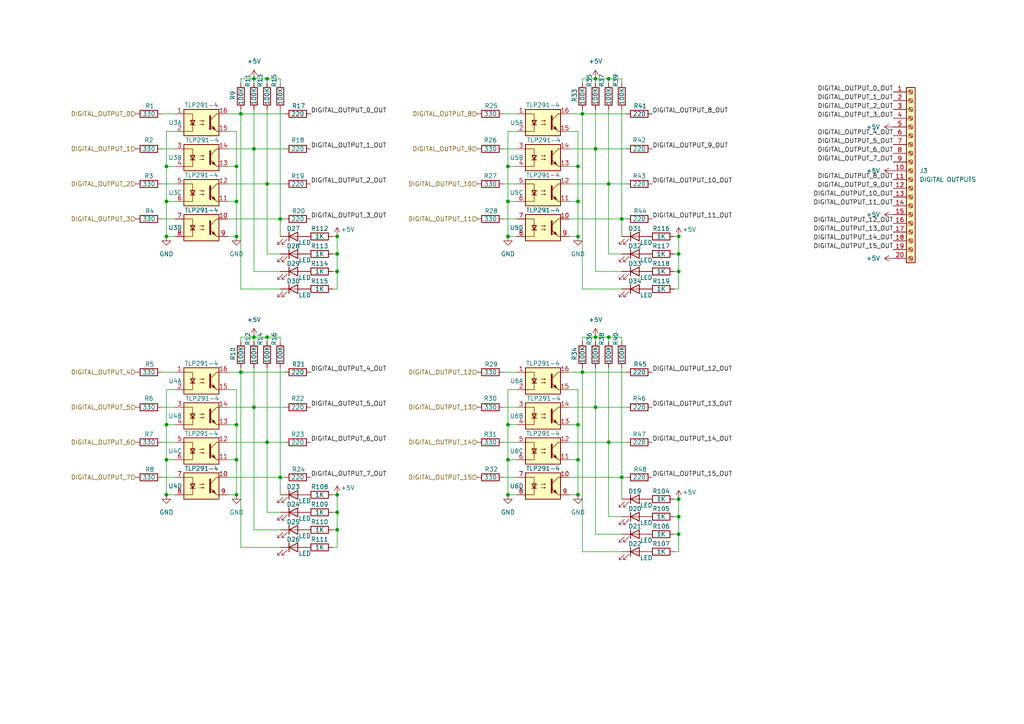
<source format=kicad_sch>
(kicad_sch (version 20231120) (generator "eeschema") (generator_version "8.0")
  (paper "A4")
  (lib_symbols
    (symbol "Connector:Screw_Terminal_01x20" (pin_names (offset 1.016) hide)
      (property "Reference" "J" (at 0 25.4 0))
      (property "Value" "Screw_Terminal_01x20" (at 0 -27.94 0))
      (symbol "Screw_Terminal_01x20_1_1"
        (pin passive line (at -5.08 22.86 0) (length 3.81) (name "Pin_1") (number "1"))
        (pin passive line (at -5.08 0 0) (length 3.81) (name "Pin_10") (number "10"))
        (pin passive line (at -5.08 -2.54 0) (length 3.81) (name "Pin_11") (number "11"))
        (pin passive line (at -5.08 -5.08 0) (length 3.81) (name "Pin_12") (number "12"))
        (pin passive line (at -5.08 -7.62 0) (length 3.81) (name "Pin_13") (number "13"))
        (pin passive line (at -5.08 -10.16 0) (length 3.81) (name "Pin_14") (number "14"))
        (pin passive line (at -5.08 -12.7 0) (length 3.81) (name "Pin_15") (number "15"))
        (pin passive line (at -5.08 -15.24 0) (length 3.81) (name "Pin_16") (number "16"))
        (pin passive line (at -5.08 -17.78 0) (length 3.81) (name "Pin_17") (number "17"))
        (pin passive line (at -5.08 -20.32 0) (length 3.81) (name "Pin_18") (number "18"))
        (pin passive line (at -5.08 -22.86 0) (length 3.81) (name "Pin_19") (number "19"))
        (pin passive line (at -5.08 20.32 0) (length 3.81) (name "Pin_2") (number "2"))
        (pin passive line (at -5.08 -25.4 0) (length 3.81) (name "Pin_20") (number "20"))
        (pin passive line (at -5.08 17.78 0) (length 3.81) (name "Pin_3") (number "3"))
        (pin passive line (at -5.08 15.24 0) (length 3.81) (name "Pin_4") (number "4"))
        (pin passive line (at -5.08 12.7 0) (length 3.81) (name "Pin_5") (number "5"))
        (pin passive line (at -5.08 10.16 0) (length 3.81) (name "Pin_6") (number "6"))
        (pin passive line (at -5.08 7.62 0) (length 3.81) (name "Pin_7") (number "7"))
        (pin passive line (at -5.08 5.08 0) (length 3.81) (name "Pin_8") (number "8"))
        (pin passive line (at -5.08 2.54 0) (length 3.81) (name "Pin_9") (number "9"))
      )
    )
    (symbol "Device:LED" (pin_numbers hide) (pin_names (offset 1.016) hide)
      (property "Reference" "D" (at 0 2.54 0))
      (property "Value" "LED" (at 0 -2.54 0))
      (symbol "LED_1_1"
        (pin passive line (at -3.81 0 0) (length 2.54) (name "K") (number "1"))
        (pin passive line (at 3.81 0 180) (length 2.54) (name "A") (number "2"))
      )
    )
    (symbol "Device:R" (pin_numbers hide) (pin_names (offset 0))
      (property "Reference" "R" (at 2.032 0 90))
      (property "Value" "R" (at 0 0 90))
      (symbol "R_1_1"
        (pin passive line (at 0 3.81 270) (length 1.27) (name "~") (number "1"))
        (pin passive line (at 0 -3.81 90) (length 1.27) (name "~") (number "2"))
      )
    )
    (symbol "Isolator:TLP291-4"
      (property "Reference" "U" (at -5.08 5.08 0))
      (property "Value" "TLP291-4" (at 0 5.08 0))
      (symbol "TLP291-4_1_1"
        (pin passive line (at -7.62 2.54 0) (length 2.54) (name "~") (number "1"))
        (pin passive line (at 7.62 -2.54 180) (length 2.54) (name "~") (number "15"))
        (pin passive line (at 7.62 2.54 180) (length 2.54) (name "~") (number "16"))
        (pin passive line (at -7.62 -2.54 0) (length 2.54) (name "~") (number "2"))
      )
      (symbol "TLP291-4_2_1"
        (pin passive line (at 7.62 -2.54 180) (length 2.54) (name "~") (number "13"))
        (pin passive line (at 7.62 2.54 180) (length 2.54) (name "~") (number "14"))
        (pin passive line (at -7.62 2.54 0) (length 2.54) (name "~") (number "3"))
        (pin passive line (at -7.62 -2.54 0) (length 2.54) (name "~") (number "4"))
      )
      (symbol "TLP291-4_3_1"
        (pin passive line (at 7.62 -2.54 180) (length 2.54) (name "~") (number "11"))
        (pin passive line (at 7.62 2.54 180) (length 2.54) (name "~") (number "12"))
        (pin passive line (at -7.62 2.54 0) (length 2.54) (name "~") (number "5"))
        (pin passive line (at -7.62 -2.54 0) (length 2.54) (name "~") (number "6"))
      )
      (symbol "TLP291-4_4_1"
        (pin passive line (at 7.62 2.54 180) (length 2.54) (name "~") (number "10"))
        (pin passive line (at -7.62 2.54 0) (length 2.54) (name "~") (number "7"))
        (pin passive line (at -7.62 -2.54 0) (length 2.54) (name "~") (number "8"))
        (pin passive line (at 7.62 -2.54 180) (length 2.54) (name "~") (number "9"))
      )
    )
    (symbol "power:+5V" (power) (pin_numbers hide) (pin_names (offset 0) hide)
      (property "Value" "+5V" (at 0 3.556 0))
      (symbol "+5V_1_1"
        (pin power_in line (at 0 0 90) (length 0) (name "~") (number "1"))
      )
    )
    (symbol "power:GND" (power) (pin_numbers hide) (pin_names (offset 0) hide)
      (property "Value" "GND" (at 0 -3.81 0))
      (symbol "GND_1_1"
        (pin power_in line (at 0 0 270) (length 0) (name "~") (number "1"))
      )
    )
  )
  (junction (at 73.66 118.11))
  (junction (at 69.85 33.02))
  (junction (at 147.32 133.35))
  (junction (at 167.64 143.51))
  (junction (at 97.79 148.59))
  (junction (at 73.66 97.79))
  (junction (at 68.58 48.26))
  (junction (at 48.26 143.51))
  (junction (at 68.58 123.19))
  (junction (at 172.72 22.86))
  (junction (at 167.64 133.35))
  (junction (at 167.64 68.58))
  (junction (at 176.53 97.79))
  (junction (at 196.85 68.58))
  (junction (at 77.47 97.79))
  (junction (at 168.91 107.95))
  (junction (at 147.32 123.19))
  (junction (at 73.66 22.86))
  (junction (at 196.85 154.94))
  (junction (at 196.85 149.86))
  (junction (at 180.34 63.5))
  (junction (at 81.28 138.43))
  (junction (at 147.32 48.26))
  (junction (at 48.26 48.26))
  (junction (at 68.58 133.35))
  (junction (at 147.32 68.58))
  (junction (at 48.26 68.58))
  (junction (at 167.64 58.42))
  (junction (at 167.64 123.19))
  (junction (at 48.26 123.19))
  (junction (at 68.58 68.58))
  (junction (at 97.79 153.67))
  (junction (at 147.32 143.51))
  (junction (at 172.72 43.18))
  (junction (at 196.85 78.74))
  (junction (at 168.91 33.02))
  (junction (at 81.28 63.5))
  (junction (at 176.53 128.27))
  (junction (at 172.72 118.11))
  (junction (at 196.85 144.78))
  (junction (at 167.64 48.26))
  (junction (at 77.47 22.86))
  (junction (at 48.26 58.42))
  (junction (at 196.85 73.66))
  (junction (at 180.34 138.43))
  (junction (at 68.58 58.42))
  (junction (at 77.47 53.34))
  (junction (at 69.85 107.95))
  (junction (at 97.79 143.51))
  (junction (at 97.79 78.74))
  (junction (at 77.47 128.27))
  (junction (at 97.79 73.66))
  (junction (at 176.53 53.34))
  (junction (at 147.32 58.42))
  (junction (at 48.26 133.35))
  (junction (at 172.72 97.79))
  (junction (at 73.66 43.18))
  (junction (at 176.53 22.86))
  (junction (at 97.79 68.58))
  (junction (at 68.58 143.51))
  (wire (pts (xy 167.64 133.35) (xy 167.64 143.51)))
  (wire (pts (xy 97.79 148.59) (xy 97.79 153.67)))
  (wire (pts (xy 66.04 53.34) (xy 77.47 53.34)))
  (wire (pts (xy 66.04 138.43) (xy 81.28 138.43)))
  (wire (pts (xy 73.66 22.86) (xy 77.47 22.86)))
  (wire (pts (xy 180.34 63.5) (xy 180.34 68.58)))
  (wire (pts (xy 149.86 113.03) (xy 147.32 113.03)))
  (wire (pts (xy 172.72 22.86) (xy 172.72 24.13)))
  (wire (pts (xy 73.66 31.75) (xy 73.66 43.18)))
  (wire (pts (xy 66.04 33.02) (xy 69.85 33.02)))
  (wire (pts (xy 69.85 22.86) (xy 73.66 22.86)))
  (wire (pts (xy 97.79 73.66) (xy 97.79 78.74)))
  (wire (pts (xy 50.8 113.03) (xy 48.26 113.03)))
  (wire (pts (xy 165.1 58.42) (xy 167.64 58.42)))
  (wire (pts (xy 168.91 99.06) (xy 168.91 97.79)))
  (wire (pts (xy 168.91 83.82) (xy 180.34 83.82)))
  (wire (pts (xy 165.1 38.1) (xy 167.64 38.1)))
  (wire (pts (xy 172.72 78.74) (xy 180.34 78.74)))
  (wire (pts (xy 165.1 113.03) (xy 167.64 113.03)))
  (wire (pts (xy 172.72 22.86) (xy 176.53 22.86)))
  (wire (pts (xy 66.04 128.27) (xy 77.47 128.27)))
  (wire (pts (xy 97.79 158.75) (xy 96.52 158.75)))
  (wire (pts (xy 69.85 158.75) (xy 81.28 158.75)))
  (wire (pts (xy 165.1 107.95) (xy 168.91 107.95)))
  (wire (pts (xy 69.85 24.13) (xy 69.85 22.86)))
  (wire (pts (xy 48.26 48.26) (xy 50.8 48.26)))
  (wire (pts (xy 46.99 128.27) (xy 50.8 128.27)))
  (wire (pts (xy 68.58 123.19) (xy 68.58 133.35)))
  (wire (pts (xy 168.91 106.68) (xy 168.91 107.95)))
  (wire (pts (xy 176.53 22.86) (xy 176.53 24.13)))
  (wire (pts (xy 165.1 48.26) (xy 167.64 48.26)))
  (wire (pts (xy 165.1 128.27) (xy 176.53 128.27)))
  (wire (pts (xy 147.32 113.03) (xy 147.32 123.19)))
  (wire (pts (xy 69.85 83.82) (xy 81.28 83.82)))
  (wire (pts (xy 146.05 33.02) (xy 149.86 33.02)))
  (wire (pts (xy 180.34 31.75) (xy 180.34 63.5)))
  (wire (pts (xy 69.85 107.95) (xy 69.85 158.75)))
  (wire (pts (xy 66.04 133.35) (xy 68.58 133.35)))
  (wire (pts (xy 172.72 118.11) (xy 181.61 118.11)))
  (wire (pts (xy 48.26 123.19) (xy 50.8 123.19)))
  (wire (pts (xy 96.52 68.58) (xy 97.79 68.58)))
  (wire (pts (xy 73.66 43.18) (xy 73.66 78.74)))
  (wire (pts (xy 96.52 153.67) (xy 97.79 153.67)))
  (wire (pts (xy 66.04 63.5) (xy 81.28 63.5)))
  (wire (pts (xy 196.85 73.66) (xy 196.85 78.74)))
  (wire (pts (xy 147.32 48.26) (xy 149.86 48.26)))
  (wire (pts (xy 168.91 22.86) (xy 172.72 22.86)))
  (wire (pts (xy 73.66 118.11) (xy 73.66 153.67)))
  (wire (pts (xy 172.72 43.18) (xy 181.61 43.18)))
  (wire (pts (xy 69.85 107.95) (xy 82.55 107.95)))
  (wire (pts (xy 167.64 48.26) (xy 167.64 58.42)))
  (wire (pts (xy 69.85 33.02) (xy 82.55 33.02)))
  (wire (pts (xy 66.04 113.03) (xy 68.58 113.03)))
  (wire (pts (xy 46.99 43.18) (xy 50.8 43.18)))
  (wire (pts (xy 146.05 118.11) (xy 149.86 118.11)))
  (wire (pts (xy 81.28 22.86) (xy 81.28 24.13)))
  (wire (pts (xy 176.53 149.86) (xy 180.34 149.86)))
  (wire (pts (xy 68.58 68.58) (xy 66.04 68.58)))
  (wire (pts (xy 176.53 106.68) (xy 176.53 128.27)))
  (wire (pts (xy 69.85 99.06) (xy 69.85 97.79)))
  (wire (pts (xy 147.32 143.51) (xy 149.86 143.51)))
  (wire (pts (xy 165.1 43.18) (xy 172.72 43.18)))
  (wire (pts (xy 167.64 113.03) (xy 167.64 123.19)))
  (wire (pts (xy 46.99 138.43) (xy 50.8 138.43)))
  (wire (pts (xy 165.1 123.19) (xy 167.64 123.19)))
  (wire (pts (xy 46.99 107.95) (xy 50.8 107.95)))
  (wire (pts (xy 196.85 154.94) (xy 196.85 160.02)))
  (wire (pts (xy 176.53 73.66) (xy 180.34 73.66)))
  (wire (pts (xy 69.85 97.79) (xy 73.66 97.79)))
  (wire (pts (xy 69.85 31.75) (xy 69.85 33.02)))
  (wire (pts (xy 176.53 128.27) (xy 176.53 149.86)))
  (wire (pts (xy 172.72 97.79) (xy 172.72 99.06)))
  (wire (pts (xy 176.53 53.34) (xy 176.53 73.66)))
  (wire (pts (xy 147.32 123.19) (xy 149.86 123.19)))
  (wire (pts (xy 196.85 149.86) (xy 196.85 154.94)))
  (wire (pts (xy 97.79 153.67) (xy 97.79 158.75)))
  (wire (pts (xy 196.85 160.02) (xy 195.58 160.02)))
  (wire (pts (xy 180.34 138.43) (xy 181.61 138.43)))
  (wire (pts (xy 165.1 138.43) (xy 180.34 138.43)))
  (wire (pts (xy 46.99 33.02) (xy 50.8 33.02)))
  (wire (pts (xy 167.64 143.51) (xy 165.1 143.51)))
  (wire (pts (xy 176.53 22.86) (xy 180.34 22.86)))
  (wire (pts (xy 146.05 53.34) (xy 149.86 53.34)))
  (wire (pts (xy 73.66 153.67) (xy 81.28 153.67)))
  (wire (pts (xy 196.85 68.58) (xy 196.85 73.66)))
  (wire (pts (xy 46.99 53.34) (xy 50.8 53.34)))
  (wire (pts (xy 172.72 106.68) (xy 172.72 118.11)))
  (wire (pts (xy 66.04 123.19) (xy 68.58 123.19)))
  (wire (pts (xy 73.66 43.18) (xy 82.55 43.18)))
  (wire (pts (xy 180.34 138.43) (xy 180.34 144.78)))
  (wire (pts (xy 66.04 48.26) (xy 68.58 48.26)))
  (wire (pts (xy 73.66 106.68) (xy 73.66 118.11)))
  (wire (pts (xy 167.64 68.58) (xy 165.1 68.58)))
  (wire (pts (xy 146.05 107.95) (xy 149.86 107.95)))
  (wire (pts (xy 147.32 58.42) (xy 147.32 68.58)))
  (wire (pts (xy 48.26 143.51) (xy 50.8 143.51)))
  (wire (pts (xy 81.28 31.75) (xy 81.28 63.5)))
  (wire (pts (xy 172.72 118.11) (xy 172.72 154.94)))
  (wire (pts (xy 50.8 38.1) (xy 48.26 38.1)))
  (wire (pts (xy 168.91 107.95) (xy 168.91 160.02)))
  (wire (pts (xy 48.26 133.35) (xy 50.8 133.35)))
  (wire (pts (xy 81.28 97.79) (xy 81.28 99.06)))
  (wire (pts (xy 195.58 149.86) (xy 196.85 149.86)))
  (wire (pts (xy 146.05 43.18) (xy 149.86 43.18)))
  (wire (pts (xy 147.32 38.1) (xy 147.32 48.26)))
  (wire (pts (xy 165.1 133.35) (xy 167.64 133.35)))
  (wire (pts (xy 147.32 48.26) (xy 147.32 58.42)))
  (wire (pts (xy 147.32 133.35) (xy 149.86 133.35)))
  (wire (pts (xy 165.1 118.11) (xy 172.72 118.11)))
  (wire (pts (xy 81.28 138.43) (xy 81.28 143.51)))
  (wire (pts (xy 48.26 123.19) (xy 48.26 133.35)))
  (wire (pts (xy 66.04 118.11) (xy 73.66 118.11)))
  (wire (pts (xy 66.04 43.18) (xy 73.66 43.18)))
  (wire (pts (xy 165.1 33.02) (xy 168.91 33.02)))
  (wire (pts (xy 195.58 154.94) (xy 196.85 154.94)))
  (wire (pts (xy 77.47 53.34) (xy 77.47 73.66)))
  (wire (pts (xy 77.47 22.86) (xy 77.47 24.13)))
  (wire (pts (xy 48.26 68.58) (xy 50.8 68.58)))
  (wire (pts (xy 172.72 31.75) (xy 172.72 43.18)))
  (wire (pts (xy 48.26 133.35) (xy 48.26 143.51)))
  (wire (pts (xy 168.91 97.79) (xy 172.72 97.79)))
  (wire (pts (xy 68.58 48.26) (xy 68.58 58.42)))
  (wire (pts (xy 81.28 106.68) (xy 81.28 138.43)))
  (wire (pts (xy 77.47 128.27) (xy 77.47 148.59)))
  (wire (pts (xy 46.99 118.11) (xy 50.8 118.11)))
  (wire (pts (xy 77.47 22.86) (xy 81.28 22.86)))
  (wire (pts (xy 176.53 53.34) (xy 181.61 53.34)))
  (wire (pts (xy 147.32 68.58) (xy 149.86 68.58)))
  (wire (pts (xy 147.32 123.19) (xy 147.32 133.35)))
  (wire (pts (xy 66.04 58.42) (xy 68.58 58.42)))
  (wire (pts (xy 167.64 58.42) (xy 167.64 68.58)))
  (wire (pts (xy 48.26 113.03) (xy 48.26 123.19)))
  (wire (pts (xy 77.47 128.27) (xy 82.55 128.27)))
  (wire (pts (xy 172.72 97.79) (xy 176.53 97.79)))
  (wire (pts (xy 68.58 133.35) (xy 68.58 143.51)))
  (wire (pts (xy 195.58 68.58) (xy 196.85 68.58)))
  (wire (pts (xy 165.1 63.5) (xy 180.34 63.5)))
  (wire (pts (xy 96.52 143.51) (xy 97.79 143.51)))
  (wire (pts (xy 176.53 31.75) (xy 176.53 53.34)))
  (wire (pts (xy 77.47 53.34) (xy 82.55 53.34)))
  (wire (pts (xy 68.58 38.1) (xy 68.58 48.26)))
  (wire (pts (xy 167.64 38.1) (xy 167.64 48.26)))
  (wire (pts (xy 147.32 133.35) (xy 147.32 143.51)))
  (wire (pts (xy 180.34 97.79) (xy 180.34 99.06)))
  (wire (pts (xy 73.66 97.79) (xy 77.47 97.79)))
  (wire (pts (xy 195.58 73.66) (xy 196.85 73.66)))
  (wire (pts (xy 146.05 128.27) (xy 149.86 128.27)))
  (wire (pts (xy 96.52 73.66) (xy 97.79 73.66)))
  (wire (pts (xy 196.85 83.82) (xy 195.58 83.82)))
  (wire (pts (xy 180.34 63.5) (xy 181.61 63.5)))
  (wire (pts (xy 146.05 138.43) (xy 149.86 138.43)))
  (wire (pts (xy 149.86 38.1) (xy 147.32 38.1)))
  (wire (pts (xy 172.72 154.94) (xy 180.34 154.94)))
  (wire (pts (xy 168.91 160.02) (xy 180.34 160.02)))
  (wire (pts (xy 66.04 38.1) (xy 68.58 38.1)))
  (wire (pts (xy 66.04 107.95) (xy 69.85 107.95)))
  (wire (pts (xy 81.28 63.5) (xy 81.28 68.58)))
  (wire (pts (xy 77.47 73.66) (xy 81.28 73.66)))
  (wire (pts (xy 73.66 118.11) (xy 82.55 118.11)))
  (wire (pts (xy 46.99 63.5) (xy 50.8 63.5)))
  (wire (pts (xy 68.58 143.51) (xy 66.04 143.51)))
  (wire (pts (xy 69.85 33.02) (xy 69.85 83.82)))
  (wire (pts (xy 68.58 113.03) (xy 68.58 123.19)))
  (wire (pts (xy 172.72 43.18) (xy 172.72 78.74)))
  (wire (pts (xy 77.47 106.68) (xy 77.47 128.27)))
  (wire (pts (xy 168.91 33.02) (xy 168.91 83.82)))
  (wire (pts (xy 77.47 97.79) (xy 81.28 97.79)))
  (wire (pts (xy 168.91 31.75) (xy 168.91 33.02)))
  (wire (pts (xy 48.26 38.1) (xy 48.26 48.26)))
  (wire (pts (xy 176.53 128.27) (xy 181.61 128.27)))
  (wire (pts (xy 97.79 83.82) (xy 96.52 83.82)))
  (wire (pts (xy 168.91 33.02) (xy 181.61 33.02)))
  (wire (pts (xy 196.85 78.74) (xy 196.85 83.82)))
  (wire (pts (xy 146.05 63.5) (xy 149.86 63.5)))
  (wire (pts (xy 69.85 106.68) (xy 69.85 107.95)))
  (wire (pts (xy 195.58 144.78) (xy 196.85 144.78)))
  (wire (pts (xy 73.66 22.86) (xy 73.66 24.13)))
  (wire (pts (xy 48.26 58.42) (xy 48.26 68.58)))
  (wire (pts (xy 73.66 78.74) (xy 81.28 78.74)))
  (wire (pts (xy 48.26 48.26) (xy 48.26 58.42)))
  (wire (pts (xy 147.32 58.42) (xy 149.86 58.42)))
  (wire (pts (xy 96.52 148.59) (xy 97.79 148.59)))
  (wire (pts (xy 77.47 148.59) (xy 81.28 148.59)))
  (wire (pts (xy 68.58 58.42) (xy 68.58 68.58)))
  (wire (pts (xy 97.79 68.58) (xy 97.79 73.66)))
  (wire (pts (xy 97.79 143.51) (xy 97.79 148.59)))
  (wire (pts (xy 167.64 123.19) (xy 167.64 133.35)))
  (wire (pts (xy 81.28 63.5) (xy 82.55 63.5)))
  (wire (pts (xy 180.34 106.68) (xy 180.34 138.43)))
  (wire (pts (xy 176.53 97.79) (xy 176.53 99.06)))
  (wire (pts (xy 165.1 53.34) (xy 176.53 53.34)))
  (wire (pts (xy 48.26 58.42) (xy 50.8 58.42)))
  (wire (pts (xy 196.85 144.78) (xy 196.85 149.86)))
  (wire (pts (xy 180.34 22.86) (xy 180.34 24.13)))
  (wire (pts (xy 168.91 107.95) (xy 181.61 107.95)))
  (wire (pts (xy 77.47 31.75) (xy 77.47 53.34)))
  (wire (pts (xy 96.52 78.74) (xy 97.79 78.74)))
  (wire (pts (xy 77.47 97.79) (xy 77.47 99.06)))
  (wire (pts (xy 176.53 97.79) (xy 180.34 97.79)))
  (wire (pts (xy 168.91 24.13) (xy 168.91 22.86)))
  (wire (pts (xy 73.66 97.79) (xy 73.66 99.06)))
  (wire (pts (xy 81.28 138.43) (xy 82.55 138.43)))
  (wire (pts (xy 195.58 78.74) (xy 196.85 78.74)))
  (wire (pts (xy 97.79 78.74) (xy 97.79 83.82)))
  (label "DIGITAL_OUTPUT_7_OUT" (at 90.17 138.43 0))
  (label "DIGITAL_OUTPUT_12_OUT" (at 189.23 107.95 0))
  (label "DIGITAL_OUTPUT_8_OUT" (at 259.08 52.07 180))
  (label "DIGITAL_OUTPUT_15_OUT" (at 189.23 138.43 0))
  (label "DIGITAL_OUTPUT_6_OUT" (at 259.08 44.45 180))
  (label "DIGITAL_OUTPUT_13_OUT" (at 189.23 118.11 0))
  (label "DIGITAL_OUTPUT_7_OUT" (at 259.08 46.99 180))
  (label "DIGITAL_OUTPUT_12_OUT" (at 259.08 64.77 180))
  (label "DIGITAL_OUTPUT_3_OUT" (at 259.08 34.29 180))
  (label "DIGITAL_OUTPUT_5_OUT" (at 259.08 41.91 180))
  (label "DIGITAL_OUTPUT_2_OUT" (at 259.08 31.75 180))
  (label "DIGITAL_OUTPUT_0_OUT" (at 90.17 33.02 0))
  (label "DIGITAL_OUTPUT_9_OUT" (at 259.08 54.61 180))
  (label "DIGITAL_OUTPUT_4_OUT" (at 90.17 107.95 0))
  (label "DIGITAL_OUTPUT_14_OUT" (at 259.08 69.85 180))
  (label "DIGITAL_OUTPUT_13_OUT" (at 259.08 67.31 180))
  (label "DIGITAL_OUTPUT_3_OUT" (at 90.17 63.5 0))
  (label "DIGITAL_OUTPUT_15_OUT" (at 259.08 72.39 180))
  (label "DIGITAL_OUTPUT_10_OUT" (at 189.23 53.34 0))
  (label "DIGITAL_OUTPUT_5_OUT" (at 90.17 118.11 0))
  (label "DIGITAL_OUTPUT_10_OUT" (at 259.08 57.15 180))
  (label "DIGITAL_OUTPUT_1_OUT" (at 259.08 29.21 180))
  (label "DIGITAL_OUTPUT_11_OUT" (at 259.08 59.69 180))
  (label "DIGITAL_OUTPUT_1_OUT" (at 90.17 43.18 0))
  (label "DIGITAL_OUTPUT_2_OUT" (at 90.17 53.34 0))
  (label "DIGITAL_OUTPUT_8_OUT" (at 189.23 33.02 0))
  (label "DIGITAL_OUTPUT_14_OUT" (at 189.23 128.27 0))
  (label "DIGITAL_OUTPUT_0_OUT" (at 259.08 26.67 180))
  (label "DIGITAL_OUTPUT_9_OUT" (at 189.23 43.18 0))
  (label "DIGITAL_OUTPUT_4_OUT" (at 259.08 39.37 180))
  (label "DIGITAL_OUTPUT_11_OUT" (at 189.23 63.5 0))
  (label "DIGITAL_OUTPUT_6_OUT" (at 90.17 128.27 0))
  (hierarchical_label "DIGITAL_OUTPUT_10" (shape input) (at 138.43 53.34 180))
  (hierarchical_label "DIGITAL_OUTPUT_0" (shape input) (at 39.37 33.02 180))
  (hierarchical_label "DIGITAL_OUTPUT_11" (shape input) (at 138.43 63.5 180))
  (hierarchical_label "DIGITAL_OUTPUT_8" (shape input) (at 138.43 33.02 180))
  (hierarchical_label "DIGITAL_OUTPUT_13" (shape input) (at 138.43 118.11 180))
  (hierarchical_label "DIGITAL_OUTPUT_5" (shape input) (at 39.37 118.11 180))
  (hierarchical_label "DIGITAL_OUTPUT_2" (shape input) (at 39.37 53.34 180))
  (hierarchical_label "DIGITAL_OUTPUT_15" (shape input) (at 138.43 138.43 180))
  (hierarchical_label "DIGITAL_OUTPUT_14" (shape input) (at 138.43 128.27 180))
  (hierarchical_label "DIGITAL_OUTPUT_6" (shape input) (at 39.37 128.27 180))
  (hierarchical_label "DIGITAL_OUTPUT_7" (shape input) (at 39.37 138.43 180))
  (hierarchical_label "DIGITAL_OUTPUT_1" (shape input) (at 39.37 43.18 180))
  (hierarchical_label "DIGITAL_OUTPUT_4" (shape input) (at 39.37 107.95 180))
  (hierarchical_label "DIGITAL_OUTPUT_9" (shape input) (at 138.43 43.18 180))
  (hierarchical_label "DIGITAL_OUTPUT_3" (shape input) (at 39.37 63.5 180))
  (hierarchical_label "DIGITAL_OUTPUT_12" (shape input) (at 138.43 107.95 180))
  (symbol (lib_id "Device:R") (at 191.77 154.94 90) (unit 1)
    (property "Reference" "R106" (at 191.77 152.654 90))
    (property "Value" "1K" (at 191.77 154.94 90))
    (property "Footprint" "Resistor_SMD:R_0603_1608Metric" (effects (hide yes)))
    (property "Description" "Resistor" (effects (hide yes)))
  )
  (symbol (lib_id "power:+5V") (at 259.08 62.23 90) (unit 1)
    (property "Reference" "#PWR028" (effects (hide yes)))
    (property "Value" "+5V" (at 255.27 62.2299 90) (effects (justify left)))
    (property "Description" "Power symbol creates a global label with name \"+5V\"" (effects (hide yes)))
  )
  (symbol (lib_id "Device:R") (at 180.34 27.94 0) (unit 1)
    (property "Reference" "R39" (at 178.562 23.368 90))
    (property "Value" "100K" (at 180.34 27.94 90))
    (property "Footprint" "Resistor_SMD:R_0603_1608Metric" (effects (hide yes)))
    (property "Description" "Resistor" (effects (hide yes)))
  )
  (symbol (lib_id "Device:R") (at 86.36 118.11 270) (unit 1)
    (property "Reference" "R22" (at 86.36 115.57 90))
    (property "Value" "220" (at 86.36 118.11 90))
    (property "Footprint" "Resistor_SMD:R_0603_1608Metric" (effects (hide yes)))
    (property "Description" "Resistor" (effects (hide yes)))
  )
  (symbol (lib_id "Device:R") (at 92.71 143.51 90) (unit 1)
    (property "Reference" "R108" (at 92.71 141.224 90))
    (property "Value" "1K" (at 92.71 143.51 90))
    (property "Footprint" "Resistor_SMD:R_0603_1608Metric" (effects (hide yes)))
    (property "Description" "Resistor" (effects (hide yes)))
  )
  (symbol (lib_id "power:GND") (at 68.58 143.51 0) (unit 1)
    (property "Reference" "#PWR019" (effects (hide yes)))
    (property "Value" "GND" (at 68.58 148.59 0))
    (property "Description" "Power symbol creates a global label with name \"GND\" , ground" (effects (hide yes)))
  )
  (symbol (lib_id "power:+5V") (at 196.85 144.78 0) (unit 1)
    (property "Reference" "#PWR082" (effects (hide yes)))
    (property "Value" "+5V" (at 199.898 142.748 0))
    (property "Description" "Power symbol creates a global label with name \"+5V\"" (effects (hide yes)))
  )
  (symbol (lib_id "Device:R") (at 185.42 107.95 270) (unit 1)
    (property "Reference" "R45" (at 185.674 105.664 90))
    (property "Value" "220" (at 185.42 107.95 90))
    (property "Footprint" "Resistor_SMD:R_0603_1608Metric" (effects (hide yes)))
    (property "Description" "Resistor" (effects (hide yes)))
  )
  (symbol (lib_id "Device:R") (at 176.53 27.94 0) (unit 1)
    (property "Reference" "R37" (at 174.498 23.368 90))
    (property "Value" "100K" (at 176.53 27.94 90))
    (property "Footprint" "Resistor_SMD:R_0603_1608Metric" (effects (hide yes)))
    (property "Description" "Resistor" (effects (hide yes)))
  )
  (symbol (lib_id "Device:R") (at 92.71 158.75 90) (unit 1)
    (property "Reference" "R111" (at 92.71 156.464 90))
    (property "Value" "1K" (at 92.71 158.75 90))
    (property "Footprint" "Resistor_SMD:R_0603_1608Metric" (effects (hide yes)))
    (property "Description" "Resistor" (effects (hide yes)))
  )
  (symbol (lib_id "power:GND") (at 147.32 68.58 0) (unit 1)
    (property "Reference" "#PWR081" (effects (hide yes)))
    (property "Value" "GND" (at 147.32 73.66 0))
    (property "Description" "Power symbol creates a global label with name \"GND\" , ground" (effects (hide yes)))
  )
  (symbol (lib_id "Device:R") (at 77.47 27.94 0) (unit 1)
    (property "Reference" "R13" (at 75.438 23.368 90))
    (property "Value" "100K" (at 77.47 27.94 90))
    (property "Footprint" "Resistor_SMD:R_0603_1608Metric" (effects (hide yes)))
    (property "Description" "Resistor" (effects (hide yes)))
  )
  (symbol (lib_id "Device:R") (at 43.18 63.5 270) (unit 1)
    (property "Reference" "R4" (at 43.434 61.214 90))
    (property "Value" "330" (at 43.18 63.5 90))
    (property "Footprint" "Resistor_SMD:R_0603_1608Metric" (effects (hide yes)))
    (property "Description" "Resistor" (effects (hide yes)))
  )
  (symbol (lib_id "Device:R") (at 185.42 63.5 270) (unit 1)
    (property "Reference" "R44" (at 185.674 61.214 90))
    (property "Value" "220" (at 185.42 63.5 90))
    (property "Footprint" "Resistor_SMD:R_0603_1608Metric" (effects (hide yes)))
    (property "Description" "Resistor" (effects (hide yes)))
  )
  (symbol (lib_id "Device:LED") (at 184.15 144.78 0) (unit 1)
    (property "Reference" "D19" (at 184.15 142.494 0))
    (property "Value" "LED" (at 187.452 146.558 0))
    (property "Footprint" "LED_SMD:LED_0603_1608Metric" (effects (hide yes)))
    (property "Description" "Light emitting diode" (effects (hide yes)))
  )
  (symbol (lib_id "power:+5V") (at 259.08 36.83 90) (unit 1)
    (property "Reference" "#PWR026" (effects (hide yes)))
    (property "Value" "+5V" (at 255.27 36.8299 90) (effects (justify left)))
    (property "Description" "Power symbol creates a global label with name \"+5V\"" (effects (hide yes)))
  )
  (symbol (lib_id "Isolator:TLP291-4") (at 58.42 55.88 0) (unit 3)
    (property "Reference" "U3" (at 50.8 55.88 0))
    (property "Value" "TLP291-4" (at 58.42 50.8 0))
    (property "Footprint" "Package_SO:SOIC-16_4.55x10.3mm_P1.27mm" (effects (hide yes)))
    (property "Datasheet" "https://toshiba.semicon-storage.com/info/docget.jsp?did=12858&prodName=TLP291-4" (effects (hide yes)))
    (property "Description" "Quad DC Optocoupler, Vce 80V, CTR 50-100%, SOP16" (effects (hide yes)))
  )
  (symbol (lib_id "Device:R") (at 86.36 53.34 270) (unit 1)
    (property "Reference" "R19" (at 86.36 51.054 90))
    (property "Value" "220" (at 86.36 53.34 90))
    (property "Footprint" "Resistor_SMD:R_0603_1608Metric" (effects (hide yes)))
    (property "Description" "Resistor" (effects (hide yes)))
  )
  (symbol (lib_id "Device:R") (at 191.77 73.66 90) (unit 1)
    (property "Reference" "R117" (at 191.77 71.374 90))
    (property "Value" "1K" (at 191.77 73.66 90))
    (property "Footprint" "Resistor_SMD:R_0603_1608Metric" (effects (hide yes)))
    (property "Description" "Resistor" (effects (hide yes)))
  )
  (symbol (lib_id "Device:R") (at 168.91 102.87 0) (unit 1)
    (property "Reference" "R34" (at 166.624 102.616 90))
    (property "Value" "100K" (at 168.91 102.87 90))
    (property "Footprint" "Resistor_SMD:R_0603_1608Metric" (effects (hide yes)))
    (property "Description" "Resistor" (effects (hide yes)))
  )
  (symbol (lib_id "Device:R") (at 77.47 102.87 0) (unit 1)
    (property "Reference" "R14" (at 75.438 98.298 90))
    (property "Value" "100K" (at 77.47 102.87 90))
    (property "Footprint" "Resistor_SMD:R_0603_1608Metric" (effects (hide yes)))
    (property "Description" "Resistor" (effects (hide yes)))
  )
  (symbol (lib_id "Device:R") (at 180.34 102.87 0) (unit 1)
    (property "Reference" "R40" (at 178.562 98.298 90))
    (property "Value" "100K" (at 180.34 102.87 90))
    (property "Footprint" "Resistor_SMD:R_0603_1608Metric" (effects (hide yes)))
    (property "Description" "Resistor" (effects (hide yes)))
  )
  (symbol (lib_id "Device:R") (at 185.42 138.43 270) (unit 1)
    (property "Reference" "R48" (at 185.674 136.144 90))
    (property "Value" "220" (at 185.42 138.43 90))
    (property "Footprint" "Resistor_SMD:R_0603_1608Metric" (effects (hide yes)))
    (property "Description" "Resistor" (effects (hide yes)))
  )
  (symbol (lib_id "Device:R") (at 142.24 128.27 270) (unit 1)
    (property "Reference" "R31" (at 142.24 125.984 90))
    (property "Value" "330" (at 142.24 128.27 90))
    (property "Footprint" "Resistor_SMD:R_0603_1608Metric" (effects (hide yes)))
    (property "Description" "Resistor" (effects (hide yes)))
  )
  (symbol (lib_id "power:GND") (at 167.64 143.51 0) (unit 1)
    (property "Reference" "#PWR023" (effects (hide yes)))
    (property "Value" "GND" (at 167.64 148.59 0))
    (property "Description" "Power symbol creates a global label with name \"GND\" , ground" (effects (hide yes)))
  )
  (symbol (lib_id "Isolator:TLP291-4") (at 58.42 140.97 0) (unit 4)
    (property "Reference" "U4" (at 50.8 140.97 0))
    (property "Value" "TLP291-4" (at 58.42 135.89 0))
    (property "Footprint" "Package_SO:SOIC-16_4.55x10.3mm_P1.27mm" (effects (hide yes)))
    (property "Datasheet" "https://toshiba.semicon-storage.com/info/docget.jsp?did=12858&prodName=TLP291-4" (effects (hide yes)))
    (property "Description" "Quad DC Optocoupler, Vce 80V, CTR 50-100%, SOP16" (effects (hide yes)))
  )
  (symbol (lib_id "Device:R") (at 142.24 118.11 270) (unit 1)
    (property "Reference" "R30" (at 142.24 115.57 90))
    (property "Value" "330" (at 142.24 118.11 90))
    (property "Footprint" "Resistor_SMD:R_0603_1608Metric" (effects (hide yes)))
    (property "Description" "Resistor" (effects (hide yes)))
  )
  (symbol (lib_id "Device:LED") (at 184.15 68.58 0) (unit 1)
    (property "Reference" "D31" (at 184.15 66.294 0))
    (property "Value" "LED" (at 187.452 70.358 0))
    (property "Footprint" "LED_SMD:LED_0603_1608Metric" (effects (hide yes)))
    (property "Description" "Light emitting diode" (effects (hide yes)))
  )
  (symbol (lib_id "Device:R") (at 69.85 27.94 0) (unit 1)
    (property "Reference" "R9" (at 67.564 27.686 90))
    (property "Value" "100K" (at 69.85 27.94 90))
    (property "Footprint" "Resistor_SMD:R_0603_1608Metric" (effects (hide yes)))
    (property "Description" "Resistor" (effects (hide yes)))
  )
  (symbol (lib_id "Device:R") (at 168.91 27.94 0) (unit 1)
    (property "Reference" "R33" (at 166.624 27.686 90))
    (property "Value" "100K" (at 168.91 27.94 90))
    (property "Footprint" "Resistor_SMD:R_0603_1608Metric" (effects (hide yes)))
    (property "Description" "Resistor" (effects (hide yes)))
  )
  (symbol (lib_id "Device:R") (at 191.77 68.58 90) (unit 1)
    (property "Reference" "R116" (at 191.77 66.294 90))
    (property "Value" "1K" (at 191.77 68.58 90))
    (property "Footprint" "Resistor_SMD:R_0603_1608Metric" (effects (hide yes)))
    (property "Description" "Resistor" (effects (hide yes)))
  )
  (symbol (lib_id "power:+5V") (at 259.08 74.93 90) (unit 1)
    (property "Reference" "#PWR029" (effects (hide yes)))
    (property "Value" "+5V" (at 255.27 74.9299 90) (effects (justify left)))
    (property "Description" "Power symbol creates a global label with name \"+5V\"" (effects (hide yes)))
  )
  (symbol (lib_id "Device:R") (at 86.36 33.02 270) (unit 1)
    (property "Reference" "R17" (at 86.614 30.734 90))
    (property "Value" "220" (at 86.36 33.02 90))
    (property "Footprint" "Resistor_SMD:R_0603_1608Metric" (effects (hide yes)))
    (property "Description" "Resistor" (effects (hide yes)))
  )
  (symbol (lib_id "Device:LED") (at 184.15 83.82 0) (unit 1)
    (property "Reference" "D34" (at 184.15 81.534 0))
    (property "Value" "LED" (at 187.452 85.598 0))
    (property "Footprint" "LED_SMD:LED_0603_1608Metric" (effects (hide yes)))
    (property "Description" "Light emitting diode" (effects (hide yes)))
  )
  (symbol (lib_id "Device:LED") (at 184.15 154.94 0) (unit 1)
    (property "Reference" "D21" (at 184.15 152.654 0))
    (property "Value" "LED" (at 187.452 156.718 0))
    (property "Footprint" "LED_SMD:LED_0603_1608Metric" (effects (hide yes)))
    (property "Description" "Light emitting diode" (effects (hide yes)))
  )
  (symbol (lib_id "Device:LED") (at 85.09 73.66 0) (unit 1)
    (property "Reference" "D28" (at 85.09 71.374 0))
    (property "Value" "LED" (at 88.392 75.438 0))
    (property "Footprint" "LED_SMD:LED_0603_1608Metric" (effects (hide yes)))
    (property "Description" "Light emitting diode" (effects (hide yes)))
  )
  (symbol (lib_id "Device:R") (at 86.36 138.43 270) (unit 1)
    (property "Reference" "R24" (at 86.614 136.144 90))
    (property "Value" "220" (at 86.36 138.43 90))
    (property "Footprint" "Resistor_SMD:R_0603_1608Metric" (effects (hide yes)))
    (property "Description" "Resistor" (effects (hide yes)))
  )
  (symbol (lib_id "Device:R") (at 43.18 107.95 270) (unit 1)
    (property "Reference" "R5" (at 43.434 105.664 90))
    (property "Value" "330" (at 43.18 107.95 90))
    (property "Footprint" "Resistor_SMD:R_0603_1608Metric" (effects (hide yes)))
    (property "Description" "Resistor" (effects (hide yes)))
  )
  (symbol (lib_id "power:GND") (at 147.32 143.51 0) (unit 1)
    (property "Reference" "#PWR078" (effects (hide yes)))
    (property "Value" "GND" (at 147.32 148.59 0))
    (property "Description" "Power symbol creates a global label with name \"GND\" , ground" (effects (hide yes)))
  )
  (symbol (lib_id "Device:R") (at 43.18 33.02 270) (unit 1)
    (property "Reference" "R1" (at 43.434 30.734 90))
    (property "Value" "330" (at 43.18 33.02 90))
    (property "Footprint" "Resistor_SMD:R_0603_1608Metric" (effects (hide yes)))
    (property "Description" "Resistor" (effects (hide yes)))
  )
  (symbol (lib_id "Device:R") (at 191.77 144.78 90) (unit 1)
    (property "Reference" "R104" (at 191.77 142.494 90))
    (property "Value" "1K" (at 191.77 144.78 90))
    (property "Footprint" "Resistor_SMD:R_0603_1608Metric" (effects (hide yes)))
    (property "Description" "Resistor" (effects (hide yes)))
  )
  (symbol (lib_id "Isolator:TLP291-4") (at 58.42 130.81 0) (unit 3)
    (property "Reference" "U4" (at 50.8 130.81 0))
    (property "Value" "TLP291-4" (at 58.42 125.73 0))
    (property "Footprint" "Package_SO:SOIC-16_4.55x10.3mm_P1.27mm" (effects (hide yes)))
    (property "Datasheet" "https://toshiba.semicon-storage.com/info/docget.jsp?did=12858&prodName=TLP291-4" (effects (hide yes)))
    (property "Description" "Quad DC Optocoupler, Vce 80V, CTR 50-100%, SOP16" (effects (hide yes)))
  )
  (symbol (lib_id "power:+5V") (at 172.72 97.79 0) (unit 1)
    (property "Reference" "#PWR025" (effects (hide yes)))
    (property "Value" "+5V" (at 172.72 92.71 0))
    (property "Description" "Power symbol creates a global label with name \"+5V\"" (effects (hide yes)))
  )
  (symbol (lib_id "Isolator:TLP291-4") (at 58.42 45.72 0) (unit 2)
    (property "Reference" "U3" (at 50.8 45.72 0))
    (property "Value" "TLP291-4" (at 58.674 40.64 0))
    (property "Footprint" "Package_SO:SOIC-16_4.55x10.3mm_P1.27mm" (effects (hide yes)))
    (property "Datasheet" "https://toshiba.semicon-storage.com/info/docget.jsp?did=12858&prodName=TLP291-4" (effects (hide yes)))
    (property "Description" "Quad DC Optocoupler, Vce 80V, CTR 50-100%, SOP16" (effects (hide yes)))
  )
  (symbol (lib_id "Device:R") (at 43.18 43.18 270) (unit 1)
    (property "Reference" "R2" (at 43.18 40.64 90))
    (property "Value" "330" (at 43.18 43.18 90))
    (property "Footprint" "Resistor_SMD:R_0603_1608Metric" (effects (hide yes)))
    (property "Description" "Resistor" (effects (hide yes)))
  )
  (symbol (lib_id "power:GND") (at 167.64 68.58 0) (unit 1)
    (property "Reference" "#PWR022" (effects (hide yes)))
    (property "Value" "GND" (at 167.64 73.66 0))
    (property "Description" "Power symbol creates a global label with name \"GND\" , ground" (effects (hide yes)))
  )
  (symbol (lib_id "power:+5V") (at 73.66 97.79 0) (unit 1)
    (property "Reference" "#PWR021" (effects (hide yes)))
    (property "Value" "+5V" (at 73.66 92.71 0))
    (property "Description" "Power symbol creates a global label with name \"+5V\"" (effects (hide yes)))
  )
  (symbol (lib_id "Device:R") (at 172.72 102.87 0) (unit 1)
    (property "Reference" "R36" (at 170.942 98.298 90))
    (property "Value" "100K" (at 172.72 102.87 90))
    (property "Footprint" "Resistor_SMD:R_0603_1608Metric" (effects (hide yes)))
    (property "Description" "Resistor" (effects (hide yes)))
  )
  (symbol (lib_id "Device:R") (at 92.71 153.67 90) (unit 1)
    (property "Reference" "R110" (at 92.71 151.384 90))
    (property "Value" "1K" (at 92.71 153.67 90))
    (property "Footprint" "Resistor_SMD:R_0603_1608Metric" (effects (hide yes)))
    (property "Description" "Resistor" (effects (hide yes)))
  )
  (symbol (lib_id "Device:R") (at 172.72 27.94 0) (unit 1)
    (property "Reference" "R35" (at 170.942 23.368 90))
    (property "Value" "100K" (at 172.72 27.94 90))
    (property "Footprint" "Resistor_SMD:R_0603_1608Metric" (effects (hide yes)))
    (property "Description" "Resistor" (effects (hide yes)))
  )
  (symbol (lib_id "Device:R") (at 92.71 83.82 90) (unit 1)
    (property "Reference" "R115" (at 92.71 81.534 90))
    (property "Value" "1K" (at 92.71 83.82 90))
    (property "Footprint" "Resistor_SMD:R_0603_1608Metric" (effects (hide yes)))
    (property "Description" "Resistor" (effects (hide yes)))
  )
  (symbol (lib_id "power:+5V") (at 196.85 68.58 0) (unit 1)
    (property "Reference" "#PWR085" (effects (hide yes)))
    (property "Value" "+5V" (at 199.898 66.548 0))
    (property "Description" "Power symbol creates a global label with name \"+5V\"" (effects (hide yes)))
  )
  (symbol (lib_id "Device:R") (at 185.42 118.11 270) (unit 1)
    (property "Reference" "R46" (at 185.42 115.57 90))
    (property "Value" "220" (at 185.42 118.11 90))
    (property "Footprint" "Resistor_SMD:R_0603_1608Metric" (effects (hide yes)))
    (property "Description" "Resistor" (effects (hide yes)))
  )
  (symbol (lib_id "Device:R") (at 176.53 102.87 0) (unit 1)
    (property "Reference" "R38" (at 174.498 98.298 90))
    (property "Value" "100K" (at 176.53 102.87 90))
    (property "Footprint" "Resistor_SMD:R_0603_1608Metric" (effects (hide yes)))
    (property "Description" "Resistor" (effects (hide yes)))
  )
  (symbol (lib_id "Device:R") (at 191.77 78.74 90) (unit 1)
    (property "Reference" "R118" (at 191.77 76.454 90))
    (property "Value" "1K" (at 191.77 78.74 90))
    (property "Footprint" "Resistor_SMD:R_0603_1608Metric" (effects (hide yes)))
    (property "Description" "Resistor" (effects (hide yes)))
  )
  (symbol (lib_id "power:+5V") (at 172.72 22.86 0) (unit 1)
    (property "Reference" "#PWR024" (effects (hide yes)))
    (property "Value" "+5V" (at 172.72 17.78 0))
    (property "Description" "Power symbol creates a global label with name \"+5V\"" (effects (hide yes)))
  )
  (symbol (lib_id "Isolator:TLP291-4") (at 58.42 66.04 0) (unit 4)
    (property "Reference" "U3" (at 50.8 66.04 0))
    (property "Value" "TLP291-4" (at 58.42 60.96 0))
    (property "Footprint" "Package_SO:SOIC-16_4.55x10.3mm_P1.27mm" (effects (hide yes)))
    (property "Datasheet" "https://toshiba.semicon-storage.com/info/docget.jsp?did=12858&prodName=TLP291-4" (effects (hide yes)))
    (property "Description" "Quad DC Optocoupler, Vce 80V, CTR 50-100%, SOP16" (effects (hide yes)))
  )
  (symbol (lib_id "Device:R") (at 43.18 118.11 270) (unit 1)
    (property "Reference" "R6" (at 43.18 115.57 90))
    (property "Value" "330" (at 43.18 118.11 90))
    (property "Footprint" "Resistor_SMD:R_0603_1608Metric" (effects (hide yes)))
    (property "Description" "Resistor" (effects (hide yes)))
  )
  (symbol (lib_id "Device:R") (at 81.28 102.87 0) (unit 1)
    (property "Reference" "R16" (at 79.502 98.298 90))
    (property "Value" "100K" (at 81.28 102.87 90))
    (property "Footprint" "Resistor_SMD:R_0603_1608Metric" (effects (hide yes)))
    (property "Description" "Resistor" (effects (hide yes)))
  )
  (symbol (lib_id "Device:LED") (at 85.09 158.75 0) (unit 1)
    (property "Reference" "D26" (at 85.09 156.464 0))
    (property "Value" "LED" (at 88.392 160.528 0))
    (property "Footprint" "LED_SMD:LED_0603_1608Metric" (effects (hide yes)))
    (property "Description" "Light emitting diode" (effects (hide yes)))
  )
  (symbol (lib_id "Device:R") (at 86.36 128.27 270) (unit 1)
    (property "Reference" "R23" (at 86.36 125.984 90))
    (property "Value" "220" (at 86.36 128.27 90))
    (property "Footprint" "Resistor_SMD:R_0603_1608Metric" (effects (hide yes)))
    (property "Description" "Resistor" (effects (hide yes)))
  )
  (symbol (lib_id "Device:R") (at 185.42 128.27 270) (unit 1)
    (property "Reference" "R47" (at 185.42 125.984 90))
    (property "Value" "220" (at 185.42 128.27 90))
    (property "Footprint" "Resistor_SMD:R_0603_1608Metric" (effects (hide yes)))
    (property "Description" "Resistor" (effects (hide yes)))
  )
  (symbol (lib_id "power:GND") (at 48.26 143.51 0) (unit 1)
    (property "Reference" "#PWR079" (effects (hide yes)))
    (property "Value" "GND" (at 48.26 148.59 0))
    (property "Description" "Power symbol creates a global label with name \"GND\" , ground" (effects (hide yes)))
  )
  (symbol (lib_id "Connector:Screw_Terminal_01x20") (at 264.16 49.53 0) (unit 1)
    (property "Reference" "J3" (at 266.7 49.5299 0) (effects (justify left)))
    (property "Value" "DIGITAL OUTPUTS" (at 266.7 52.0699 0) (effects (justify left)))
    (property "Footprint" "TerminalBlock:TerminalBlock_Xinya_XY308-2.54-20P_1x20_P2.54mm_Horizontal" (effects (hide yes)))
    (property "Description" "Generic screw terminal, single row, 01x20, script generated (kicad-library-utils/schlib/autogen/connector/)" (effects (hide yes)))
  )
  (symbol (lib_id "Isolator:TLP291-4") (at 58.42 35.56 0) (unit 1)
    (property "Reference" "U3" (at 50.8 35.56 0))
    (property "Value" "TLP291-4" (at 58.42 30.48 0))
    (property "Footprint" "Package_SO:SOIC-16_4.55x10.3mm_P1.27mm" (effects (hide yes)))
    (property "Datasheet" "https://toshiba.semicon-storage.com/info/docget.jsp?did=12858&prodName=TLP291-4" (effects (hide yes)))
    (property "Description" "Quad DC Optocoupler, Vce 80V, CTR 50-100%, SOP16" (effects (hide yes)))
  )
  (symbol (lib_id "power:+5V") (at 73.66 22.86 0) (unit 1)
    (property "Reference" "#PWR020" (effects (hide yes)))
    (property "Value" "+5V" (at 73.66 17.78 0))
    (property "Description" "Power symbol creates a global label with name \"+5V\"" (effects (hide yes)))
  )
  (symbol (lib_id "Isolator:TLP291-4") (at 58.42 110.49 0) (unit 1)
    (property "Reference" "U4" (at 50.8 110.49 0))
    (property "Value" "TLP291-4" (at 58.42 105.41 0))
    (property "Footprint" "Package_SO:SOIC-16_4.55x10.3mm_P1.27mm" (effects (hide yes)))
    (property "Datasheet" "https://toshiba.semicon-storage.com/info/docget.jsp?did=12858&prodName=TLP291-4" (effects (hide yes)))
    (property "Description" "Quad DC Optocoupler, Vce 80V, CTR 50-100%, SOP16" (effects (hide yes)))
  )
  (symbol (lib_id "Device:R") (at 81.28 27.94 0) (unit 1)
    (property "Reference" "R15" (at 79.502 23.368 90))
    (property "Value" "100K" (at 81.28 27.94 90))
    (property "Footprint" "Resistor_SMD:R_0603_1608Metric" (effects (hide yes)))
    (property "Description" "Resistor" (effects (hide yes)))
  )
  (symbol (lib_id "Device:R") (at 69.85 102.87 0) (unit 1)
    (property "Reference" "R10" (at 67.564 102.616 90))
    (property "Value" "100K" (at 69.85 102.87 90))
    (property "Footprint" "Resistor_SMD:R_0603_1608Metric" (effects (hide yes)))
    (property "Description" "Resistor" (effects (hide yes)))
  )
  (symbol (lib_id "Device:R") (at 43.18 128.27 270) (unit 1)
    (property "Reference" "R7" (at 43.18 125.984 90))
    (property "Value" "330" (at 43.18 128.27 90))
    (property "Footprint" "Resistor_SMD:R_0603_1608Metric" (effects (hide yes)))
    (property "Description" "Resistor" (effects (hide yes)))
  )
  (symbol (lib_id "Device:R") (at 142.24 138.43 270) (unit 1)
    (property "Reference" "R32" (at 142.494 136.144 90))
    (property "Value" "330" (at 142.24 138.43 90))
    (property "Footprint" "Resistor_SMD:R_0603_1608Metric" (effects (hide yes)))
    (property "Description" "Resistor" (effects (hide yes)))
  )
  (symbol (lib_id "Device:LED") (at 85.09 143.51 0) (unit 1)
    (property "Reference" "D23" (at 85.09 141.224 0))
    (property "Value" "LED" (at 88.392 145.288 0))
    (property "Footprint" "LED_SMD:LED_0603_1608Metric" (effects (hide yes)))
    (property "Description" "Light emitting diode" (effects (hide yes)))
  )
  (symbol (lib_id "Device:R") (at 185.42 43.18 270) (unit 1)
    (property "Reference" "R42" (at 185.42 40.64 90))
    (property "Value" "220" (at 185.42 43.18 90))
    (property "Footprint" "Resistor_SMD:R_0603_1608Metric" (effects (hide yes)))
    (property "Description" "Resistor" (effects (hide yes)))
  )
  (symbol (lib_id "power:+5V") (at 259.08 49.53 90) (unit 1)
    (property "Reference" "#PWR027" (effects (hide yes)))
    (property "Value" "+5V" (at 255.27 49.5299 90) (effects (justify left)))
    (property "Description" "Power symbol creates a global label with name \"+5V\"" (effects (hide yes)))
  )
  (symbol (lib_id "Isolator:TLP291-4") (at 157.48 45.72 0) (unit 2)
    (property "Reference" "U5" (at 149.86 45.72 0))
    (property "Value" "TLP291-4" (at 157.734 40.64 0))
    (property "Footprint" "Package_SO:SOIC-16_4.55x10.3mm_P1.27mm" (effects (hide yes)))
    (property "Datasheet" "https://toshiba.semicon-storage.com/info/docget.jsp?did=12858&prodName=TLP291-4" (effects (hide yes)))
    (property "Description" "Quad DC Optocoupler, Vce 80V, CTR 50-100%, SOP16" (effects (hide yes)))
  )
  (symbol (lib_id "Isolator:TLP291-4") (at 157.48 110.49 0) (unit 1)
    (property "Reference" "U6" (at 149.86 110.49 0))
    (property "Value" "TLP291-4" (at 157.48 105.41 0))
    (property "Footprint" "Package_SO:SOIC-16_4.55x10.3mm_P1.27mm" (effects (hide yes)))
    (property "Datasheet" "https://toshiba.semicon-storage.com/info/docget.jsp?did=12858&prodName=TLP291-4" (effects (hide yes)))
    (property "Description" "Quad DC Optocoupler, Vce 80V, CTR 50-100%, SOP16" (effects (hide yes)))
  )
  (symbol (lib_id "Isolator:TLP291-4") (at 157.48 120.65 0) (unit 2)
    (property "Reference" "U6" (at 149.86 120.65 0))
    (property "Value" "TLP291-4" (at 157.734 115.57 0))
    (property "Footprint" "Package_SO:SOIC-16_4.55x10.3mm_P1.27mm" (effects (hide yes)))
    (property "Datasheet" "https://toshiba.semicon-storage.com/info/docget.jsp?did=12858&prodName=TLP291-4" (effects (hide yes)))
    (property "Description" "Quad DC Optocoupler, Vce 80V, CTR 50-100%, SOP16" (effects (hide yes)))
  )
  (symbol (lib_id "Device:R") (at 92.71 73.66 90) (unit 1)
    (property "Reference" "R113" (at 92.71 71.374 90))
    (property "Value" "1K" (at 92.71 73.66 90))
    (property "Footprint" "Resistor_SMD:R_0603_1608Metric" (effects (hide yes)))
    (property "Description" "Resistor" (effects (hide yes)))
  )
  (symbol (lib_id "Device:R") (at 43.18 138.43 270) (unit 1)
    (property "Reference" "R8" (at 43.434 136.144 90))
    (property "Value" "330" (at 43.18 138.43 90))
    (property "Footprint" "Resistor_SMD:R_0603_1608Metric" (effects (hide yes)))
    (property "Description" "Resistor" (effects (hide yes)))
  )
  (symbol (lib_id "Device:LED") (at 85.09 153.67 0) (unit 1)
    (property "Reference" "D25" (at 85.09 151.384 0))
    (property "Value" "LED" (at 88.392 155.448 0))
    (property "Footprint" "LED_SMD:LED_0603_1608Metric" (effects (hide yes)))
    (property "Description" "Light emitting diode" (effects (hide yes)))
  )
  (symbol (lib_id "Device:LED") (at 184.15 78.74 0) (unit 1)
    (property "Reference" "D33" (at 184.15 76.454 0))
    (property "Value" "LED" (at 187.452 80.518 0))
    (property "Footprint" "LED_SMD:LED_0603_1608Metric" (effects (hide yes)))
    (property "Description" "Light emitting diode" (effects (hide yes)))
  )
  (symbol (lib_id "Device:R") (at 43.18 53.34 270) (unit 1)
    (property "Reference" "R3" (at 43.18 51.054 90))
    (property "Value" "330" (at 43.18 53.34 90))
    (property "Footprint" "Resistor_SMD:R_0603_1608Metric" (effects (hide yes)))
    (property "Description" "Resistor" (effects (hide yes)))
  )
  (symbol (lib_id "Device:LED") (at 85.09 148.59 0) (unit 1)
    (property "Reference" "D24" (at 85.09 146.304 0))
    (property "Value" "LED" (at 88.392 150.368 0))
    (property "Footprint" "LED_SMD:LED_0603_1608Metric" (effects (hide yes)))
    (property "Description" "Light emitting diode" (effects (hide yes)))
  )
  (symbol (lib_id "Device:LED") (at 184.15 73.66 0) (unit 1)
    (property "Reference" "D32" (at 184.15 71.374 0))
    (property "Value" "LED" (at 187.452 75.438 0))
    (property "Footprint" "LED_SMD:LED_0603_1608Metric" (effects (hide yes)))
    (property "Description" "Light emitting diode" (effects (hide yes)))
  )
  (symbol (lib_id "Device:R") (at 92.71 78.74 90) (unit 1)
    (property "Reference" "R114" (at 92.71 76.454 90))
    (property "Value" "1K" (at 92.71 78.74 90))
    (property "Footprint" "Resistor_SMD:R_0603_1608Metric" (effects (hide yes)))
    (property "Description" "Resistor" (effects (hide yes)))
  )
  (symbol (lib_id "Device:LED") (at 85.09 68.58 0) (unit 1)
    (property "Reference" "D27" (at 85.09 66.294 0))
    (property "Value" "LED" (at 88.392 70.358 0))
    (property "Footprint" "LED_SMD:LED_0603_1608Metric" (effects (hide yes)))
    (property "Description" "Light emitting diode" (effects (hide yes)))
  )
  (symbol (lib_id "power:GND") (at 68.58 68.58 0) (unit 1)
    (property "Reference" "#PWR018" (effects (hide yes)))
    (property "Value" "GND" (at 68.58 73.66 0))
    (property "Description" "Power symbol creates a global label with name \"GND\" , ground" (effects (hide yes)))
  )
  (symbol (lib_id "power:+5V") (at 97.79 143.51 0) (unit 1)
    (property "Reference" "#PWR083" (effects (hide yes)))
    (property "Value" "+5V" (at 100.838 141.478 0))
    (property "Description" "Power symbol creates a global label with name \"+5V\"" (effects (hide yes)))
  )
  (symbol (lib_id "Isolator:TLP291-4") (at 157.48 35.56 0) (unit 1)
    (property "Reference" "U5" (at 149.86 35.56 0))
    (property "Value" "TLP291-4" (at 157.48 30.48 0))
    (property "Footprint" "Package_SO:SOIC-16_4.55x10.3mm_P1.27mm" (effects (hide yes)))
    (property "Datasheet" "https://toshiba.semicon-storage.com/info/docget.jsp?did=12858&prodName=TLP291-4" (effects (hide yes)))
    (property "Description" "Quad DC Optocoupler, Vce 80V, CTR 50-100%, SOP16" (effects (hide yes)))
  )
  (symbol (lib_id "Isolator:TLP291-4") (at 58.42 120.65 0) (unit 2)
    (property "Reference" "U4" (at 50.8 120.65 0))
    (property "Value" "TLP291-4" (at 58.674 115.57 0))
    (property "Footprint" "Package_SO:SOIC-16_4.55x10.3mm_P1.27mm" (effects (hide yes)))
    (property "Datasheet" "https://toshiba.semicon-storage.com/info/docget.jsp?did=12858&prodName=TLP291-4" (effects (hide yes)))
    (property "Description" "Quad DC Optocoupler, Vce 80V, CTR 50-100%, SOP16" (effects (hide yes)))
  )
  (symbol (lib_id "Device:LED") (at 184.15 160.02 0) (unit 1)
    (property "Reference" "D22" (at 184.15 157.734 0))
    (property "Value" "LED" (at 187.452 161.798 0))
    (property "Footprint" "LED_SMD:LED_0603_1608Metric" (effects (hide yes)))
    (property "Description" "Light emitting diode" (effects (hide yes)))
  )
  (symbol (lib_id "Device:R") (at 142.24 53.34 270) (unit 1)
    (property "Reference" "R27" (at 142.24 51.054 90))
    (property "Value" "330" (at 142.24 53.34 90))
    (property "Footprint" "Resistor_SMD:R_0603_1608Metric" (effects (hide yes)))
    (property "Description" "Resistor" (effects (hide yes)))
  )
  (symbol (lib_id "Device:R") (at 191.77 149.86 90) (unit 1)
    (property "Reference" "R105" (at 191.77 147.574 90))
    (property "Value" "1K" (at 191.77 149.86 90))
    (property "Footprint" "Resistor_SMD:R_0603_1608Metric" (effects (hide yes)))
    (property "Description" "Resistor" (effects (hide yes)))
  )
  (symbol (lib_id "Device:R") (at 185.42 53.34 270) (unit 1)
    (property "Reference" "R43" (at 185.42 51.054 90))
    (property "Value" "220" (at 185.42 53.34 90))
    (property "Footprint" "Resistor_SMD:R_0603_1608Metric" (effects (hide yes)))
    (property "Description" "Resistor" (effects (hide yes)))
  )
  (symbol (lib_id "Device:R") (at 191.77 83.82 90) (unit 1)
    (property "Reference" "R119" (at 191.77 81.534 90))
    (property "Value" "1K" (at 191.77 83.82 90))
    (property "Footprint" "Resistor_SMD:R_0603_1608Metric" (effects (hide yes)))
    (property "Description" "Resistor" (effects (hide yes)))
  )
  (symbol (lib_id "Device:R") (at 73.66 27.94 0) (unit 1)
    (property "Reference" "R11" (at 71.882 23.368 90))
    (property "Value" "100K" (at 73.66 27.94 90))
    (property "Footprint" "Resistor_SMD:R_0603_1608Metric" (effects (hide yes)))
    (property "Description" "Resistor" (effects (hide yes)))
  )
  (symbol (lib_id "Isolator:TLP291-4") (at 157.48 66.04 0) (unit 4)
    (property "Reference" "U5" (at 149.86 66.04 0))
    (property "Value" "TLP291-4" (at 157.48 60.96 0))
    (property "Footprint" "Package_SO:SOIC-16_4.55x10.3mm_P1.27mm" (effects (hide yes)))
    (property "Datasheet" "https://toshiba.semicon-storage.com/info/docget.jsp?did=12858&prodName=TLP291-4" (effects (hide yes)))
    (property "Description" "Quad DC Optocoupler, Vce 80V, CTR 50-100%, SOP16" (effects (hide yes)))
  )
  (symbol (lib_id "Device:LED") (at 184.15 149.86 0) (unit 1)
    (property "Reference" "D20" (at 184.15 147.574 0))
    (property "Value" "LED" (at 187.452 151.638 0))
    (property "Footprint" "LED_SMD:LED_0603_1608Metric" (effects (hide yes)))
    (property "Description" "Light emitting diode" (effects (hide yes)))
  )
  (symbol (lib_id "Device:R") (at 92.71 68.58 90) (unit 1)
    (property "Reference" "R112" (at 92.71 66.294 90))
    (property "Value" "1K" (at 92.71 68.58 90))
    (property "Footprint" "Resistor_SMD:R_0603_1608Metric" (effects (hide yes)))
    (property "Description" "Resistor" (effects (hide yes)))
  )
  (symbol (lib_id "Device:R") (at 142.24 43.18 270) (unit 1)
    (property "Reference" "R26" (at 142.24 40.64 90))
    (property "Value" "330" (at 142.24 43.18 90))
    (property "Footprint" "Resistor_SMD:R_0603_1608Metric" (effects (hide yes)))
    (property "Description" "Resistor" (effects (hide yes)))
  )
  (symbol (lib_id "power:+5V") (at 97.79 68.58 0) (unit 1)
    (property "Reference" "#PWR084" (effects (hide yes)))
    (property "Value" "+5V" (at 100.838 66.548 0))
    (property "Description" "Power symbol creates a global label with name \"+5V\"" (effects (hide yes)))
  )
  (symbol (lib_id "Device:R") (at 73.66 102.87 0) (unit 1)
    (property "Reference" "R12" (at 71.882 98.298 90))
    (property "Value" "100K" (at 73.66 102.87 90))
    (property "Footprint" "Resistor_SMD:R_0603_1608Metric" (effects (hide yes)))
    (property "Description" "Resistor" (effects (hide yes)))
  )
  (symbol (lib_id "Isolator:TLP291-4") (at 157.48 130.81 0) (unit 3)
    (property "Reference" "U6" (at 149.86 130.81 0))
    (property "Value" "TLP291-4" (at 157.48 125.73 0))
    (property "Footprint" "Package_SO:SOIC-16_4.55x10.3mm_P1.27mm" (effects (hide yes)))
    (property "Datasheet" "https://toshiba.semicon-storage.com/info/docget.jsp?did=12858&prodName=TLP291-4" (effects (hide yes)))
    (property "Description" "Quad DC Optocoupler, Vce 80V, CTR 50-100%, SOP16" (effects (hide yes)))
  )
  (symbol (lib_id "Device:R") (at 191.77 160.02 90) (unit 1)
    (property "Reference" "R107" (at 191.77 157.734 90))
    (property "Value" "1K" (at 191.77 160.02 90))
    (property "Footprint" "Resistor_SMD:R_0603_1608Metric" (effects (hide yes)))
    (property "Description" "Resistor" (effects (hide yes)))
  )
  (symbol (lib_id "Device:R") (at 142.24 107.95 270) (unit 1)
    (property "Reference" "R29" (at 142.494 105.664 90))
    (property "Value" "330" (at 142.24 107.95 90))
    (property "Footprint" "Resistor_SMD:R_0603_1608Metric" (effects (hide yes)))
    (property "Description" "Resistor" (effects (hide yes)))
  )
  (symbol (lib_id "Isolator:TLP291-4") (at 157.48 55.88 0) (unit 3)
    (property "Reference" "U5" (at 149.86 55.88 0))
    (property "Value" "TLP291-4" (at 157.48 50.8 0))
    (property "Footprint" "Package_SO:SOIC-16_4.55x10.3mm_P1.27mm" (effects (hide yes)))
    (property "Datasheet" "https://toshiba.semicon-storage.com/info/docget.jsp?did=12858&prodName=TLP291-4" (effects (hide yes)))
    (property "Description" "Quad DC Optocoupler, Vce 80V, CTR 50-100%, SOP16" (effects (hide yes)))
  )
  (symbol (lib_id "Device:R") (at 86.36 63.5 270) (unit 1)
    (property "Reference" "R20" (at 86.614 61.214 90))
    (property "Value" "220" (at 86.36 63.5 90))
    (property "Footprint" "Resistor_SMD:R_0603_1608Metric" (effects (hide yes)))
    (property "Description" "Resistor" (effects (hide yes)))
  )
  (symbol (lib_id "Device:R") (at 185.42 33.02 270) (unit 1)
    (property "Reference" "R41" (at 185.674 30.734 90))
    (property "Value" "220" (at 185.42 33.02 90))
    (property "Footprint" "Resistor_SMD:R_0603_1608Metric" (effects (hide yes)))
    (property "Description" "Resistor" (effects (hide yes)))
  )
  (symbol (lib_id "Device:LED") (at 85.09 78.74 0) (unit 1)
    (property "Reference" "D29" (at 85.09 76.454 0))
    (property "Value" "LED" (at 88.392 80.518 0))
    (property "Footprint" "LED_SMD:LED_0603_1608Metric" (effects (hide yes)))
    (property "Description" "Light emitting diode" (effects (hide yes)))
  )
  (symbol (lib_id "Device:R") (at 142.24 33.02 270) (unit 1)
    (property "Reference" "R25" (at 142.494 30.734 90))
    (property "Value" "330" (at 142.24 33.02 90))
    (property "Footprint" "Resistor_SMD:R_0603_1608Metric" (effects (hide yes)))
    (property "Description" "Resistor" (effects (hide yes)))
  )
  (symbol (lib_id "Device:R") (at 92.71 148.59 90) (unit 1)
    (property "Reference" "R109" (at 92.71 146.304 90))
    (property "Value" "1K" (at 92.71 148.59 90))
    (property "Footprint" "Resistor_SMD:R_0603_1608Metric" (effects (hide yes)))
    (property "Description" "Resistor" (effects (hide yes)))
  )
  (symbol (lib_id "power:GND") (at 48.26 68.58 0) (unit 1)
    (property "Reference" "#PWR080" (effects (hide yes)))
    (property "Value" "GND" (at 48.26 73.66 0))
    (property "Description" "Power symbol creates a global label with name \"GND\" , ground" (effects (hide yes)))
  )
  (symbol (lib_id "Device:LED") (at 85.09 83.82 0) (unit 1)
    (property "Reference" "D30" (at 85.09 81.534 0))
    (property "Value" "LED" (at 88.392 85.598 0))
    (property "Footprint" "LED_SMD:LED_0603_1608Metric" (effects (hide yes)))
    (property "Description" "Light emitting diode" (effects (hide yes)))
  )
  (symbol (lib_id "Device:R") (at 86.36 107.95 270) (unit 1)
    (property "Reference" "R21" (at 86.614 105.664 90))
    (property "Value" "220" (at 86.36 107.95 90))
    (property "Footprint" "Resistor_SMD:R_0603_1608Metric" (effects (hide yes)))
    (property "Description" "Resistor" (effects (hide yes)))
  )
  (symbol (lib_id "Device:R") (at 86.36 43.18 270) (unit 1)
    (property "Reference" "R18" (at 86.36 40.64 90))
    (property "Value" "220" (at 86.36 43.18 90))
    (property "Footprint" "Resistor_SMD:R_0603_1608Metric" (effects (hide yes)))
    (property "Description" "Resistor" (effects (hide yes)))
  )
  (symbol (lib_id "Device:R") (at 142.24 63.5 270) (unit 1)
    (property "Reference" "R28" (at 142.494 61.214 90))
    (property "Value" "330" (at 142.24 63.5 90))
    (property "Footprint" "Resistor_SMD:R_0603_1608Metric" (effects (hide yes)))
    (property "Description" "Resistor" (effects (hide yes)))
  )
  (symbol (lib_id "Isolator:TLP291-4") (at 157.48 140.97 0) (unit 4)
    (property "Reference" "U6" (at 149.86 140.97 0))
    (property "Value" "TLP291-4" (at 157.48 135.89 0))
    (property "Footprint" "Package_SO:SOIC-16_4.55x10.3mm_P1.27mm" (effects (hide yes)))
    (property "Datasheet" "https://toshiba.semicon-storage.com/info/docget.jsp?did=12858&prodName=TLP291-4" (effects (hide yes)))
    (property "Description" "Quad DC Optocoupler, Vce 80V, CTR 50-100%, SOP16" (effects (hide yes)))
  )
)
</source>
